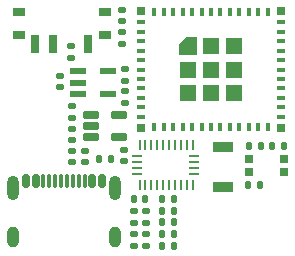
<source format=gbr>
%TF.GenerationSoftware,KiCad,Pcbnew,8.0.6-8.0.6-0~ubuntu24.04.1*%
%TF.CreationDate,2024-11-07T17:00:29-08:00*%
%TF.ProjectId,uSlime,75536c69-6d65-42e6-9b69-6361645f7063,rev?*%
%TF.SameCoordinates,Original*%
%TF.FileFunction,Paste,Top*%
%TF.FilePolarity,Positive*%
%FSLAX46Y46*%
G04 Gerber Fmt 4.6, Leading zero omitted, Abs format (unit mm)*
G04 Created by KiCad (PCBNEW 8.0.6-8.0.6-0~ubuntu24.04.1) date 2024-11-07 17:00:29*
%MOMM*%
%LPD*%
G01*
G04 APERTURE LIST*
G04 Aperture macros list*
%AMRoundRect*
0 Rectangle with rounded corners*
0 $1 Rounding radius*
0 $2 $3 $4 $5 $6 $7 $8 $9 X,Y pos of 4 corners*
0 Add a 4 corners polygon primitive as box body*
4,1,4,$2,$3,$4,$5,$6,$7,$8,$9,$2,$3,0*
0 Add four circle primitives for the rounded corners*
1,1,$1+$1,$2,$3*
1,1,$1+$1,$4,$5*
1,1,$1+$1,$6,$7*
1,1,$1+$1,$8,$9*
0 Add four rect primitives between the rounded corners*
20,1,$1+$1,$2,$3,$4,$5,0*
20,1,$1+$1,$4,$5,$6,$7,0*
20,1,$1+$1,$6,$7,$8,$9,0*
20,1,$1+$1,$8,$9,$2,$3,0*%
%AMFreePoly0*
4,1,6,0.725000,-0.725000,-0.725000,-0.725000,-0.725000,0.125000,-0.125000,0.725000,0.725000,0.725000,0.725000,-0.725000,0.725000,-0.725000,$1*%
G04 Aperture macros list end*
%ADD10RoundRect,0.147500X-0.172500X0.147500X-0.172500X-0.147500X0.172500X-0.147500X0.172500X0.147500X0*%
%ADD11RoundRect,0.135000X-0.135000X-0.185000X0.135000X-0.185000X0.135000X0.185000X-0.135000X0.185000X0*%
%ADD12RoundRect,0.135000X0.135000X0.185000X-0.135000X0.185000X-0.135000X-0.185000X0.135000X-0.185000X0*%
%ADD13R,0.800000X0.700000*%
%ADD14RoundRect,0.135000X0.185000X-0.135000X0.185000X0.135000X-0.185000X0.135000X-0.185000X-0.135000X0*%
%ADD15RoundRect,0.140000X0.170000X-0.140000X0.170000X0.140000X-0.170000X0.140000X-0.170000X-0.140000X0*%
%ADD16RoundRect,0.140000X-0.170000X0.140000X-0.170000X-0.140000X0.170000X-0.140000X0.170000X0.140000X0*%
%ADD17RoundRect,0.150000X-0.150000X-0.425000X0.150000X-0.425000X0.150000X0.425000X-0.150000X0.425000X0*%
%ADD18RoundRect,0.075000X-0.075000X-0.500000X0.075000X-0.500000X0.075000X0.500000X-0.075000X0.500000X0*%
%ADD19O,1.000000X2.100000*%
%ADD20O,1.000000X1.800000*%
%ADD21RoundRect,0.135000X-0.185000X0.135000X-0.185000X-0.135000X0.185000X-0.135000X0.185000X0.135000X0*%
%ADD22RoundRect,0.140000X-0.140000X-0.170000X0.140000X-0.170000X0.140000X0.170000X-0.140000X0.170000X0*%
%ADD23R,0.250000X0.914400*%
%ADD24R,0.812800X0.250000*%
%ADD25R,1.320800X0.508000*%
%ADD26R,0.800000X0.400000*%
%ADD27R,0.400000X0.800000*%
%ADD28FreePoly0,0.000000*%
%ADD29R,1.450000X1.450000*%
%ADD30R,0.700000X0.700000*%
%ADD31R,0.700000X1.500000*%
%ADD32R,1.000000X0.800000*%
%ADD33R,1.700000X0.900000*%
%ADD34RoundRect,0.045000X-0.630000X0.255000X-0.630000X-0.255000X0.630000X-0.255000X0.630000X0.255000X0*%
G04 APERTURE END LIST*
D10*
%TO.C,D1*%
X7300000Y-12665000D03*
X7300000Y-13635000D03*
%TD*%
D11*
%TO.C,R16*%
X21140000Y-12250000D03*
X22160000Y-12250000D03*
%TD*%
D12*
%TO.C,R15*%
X14810000Y-18750000D03*
X13790000Y-18750000D03*
%TD*%
D13*
%TO.C,LED1*%
X21200000Y-14450000D03*
X21200000Y-13350000D03*
X24100000Y-13350000D03*
X24100000Y-14450000D03*
%TD*%
D14*
%TO.C,R9*%
X10650000Y-6760000D03*
X10650000Y-5740000D03*
%TD*%
D15*
%TO.C,C5*%
X5200000Y-7280000D03*
X5200000Y-6320000D03*
%TD*%
D11*
%TO.C,R14*%
X13790000Y-17750000D03*
X14810000Y-17750000D03*
%TD*%
D15*
%TO.C,C4*%
X10450000Y-1680000D03*
X10450000Y-720000D03*
%TD*%
D16*
%TO.C,C3*%
X6150000Y-10800000D03*
X6150000Y-11760000D03*
%TD*%
D17*
%TO.C,J1*%
X2300000Y-15220000D03*
X3100000Y-15220000D03*
D18*
X4250000Y-15220000D03*
X5250000Y-15220000D03*
X5750000Y-15220000D03*
X6750000Y-15220000D03*
D17*
X7900000Y-15220000D03*
X8700000Y-15220000D03*
X8700000Y-15220000D03*
X7900000Y-15220000D03*
D18*
X7250000Y-15220000D03*
X6250000Y-15220000D03*
X4750000Y-15220000D03*
X3750000Y-15220000D03*
D17*
X3100000Y-15220000D03*
X2300000Y-15220000D03*
D19*
X1180000Y-15795000D03*
D20*
X1180000Y-19975000D03*
D19*
X9820000Y-15795000D03*
D20*
X9820000Y-19975000D03*
%TD*%
D12*
%TO.C,R13*%
X14810000Y-16750000D03*
X13790000Y-16750000D03*
%TD*%
D14*
%TO.C,R7*%
X12450000Y-20760000D03*
X12450000Y-19740000D03*
%TD*%
D11*
%TO.C,R12*%
X23090000Y-12250000D03*
X24110000Y-12250000D03*
%TD*%
D14*
%TO.C,R5*%
X12450000Y-18760000D03*
X12450000Y-17740000D03*
%TD*%
D21*
%TO.C,R4*%
X11450000Y-17740000D03*
X11450000Y-18760000D03*
%TD*%
D10*
%TO.C,D2*%
X6150000Y-8915000D03*
X6150000Y-9885000D03*
%TD*%
D16*
%TO.C,C2*%
X10550000Y-12570000D03*
X10550000Y-13530000D03*
%TD*%
D22*
%TO.C,C7*%
X21120000Y-15550000D03*
X22080000Y-15550000D03*
%TD*%
D11*
%TO.C,R3*%
X8440000Y-13400000D03*
X9460000Y-13400000D03*
%TD*%
D14*
%TO.C,R2*%
X6100000Y-4860000D03*
X6100000Y-3840000D03*
%TD*%
D11*
%TO.C,R11*%
X13790000Y-19750000D03*
X14810000Y-19750000D03*
%TD*%
D23*
%TO.C,U5*%
X11902600Y-12222670D03*
D24*
X11711600Y-13150000D03*
X11711600Y-13653070D03*
X11711600Y-14153070D03*
X11711600Y-14653060D03*
D23*
X11902600Y-15575470D03*
X12402600Y-15575470D03*
X12902600Y-15575470D03*
X13402600Y-15575470D03*
X13902600Y-15575470D03*
X14402600Y-15575470D03*
X14902600Y-15575470D03*
X15402600Y-15575470D03*
X15902600Y-15575470D03*
X16410600Y-15575470D03*
D24*
X16537600Y-14653070D03*
X16537600Y-14153070D03*
X16537600Y-13653070D03*
X16537600Y-13150000D03*
D23*
X16410600Y-12222670D03*
X15902600Y-12222670D03*
X15402600Y-12222670D03*
X14902600Y-12222670D03*
X14402600Y-12222670D03*
X13902600Y-12222670D03*
X13402600Y-12222670D03*
X12902600Y-12222670D03*
X12402600Y-12222670D03*
%TD*%
D21*
%TO.C,R6*%
X10650000Y-7640000D03*
X10650000Y-8660000D03*
%TD*%
D22*
%TO.C,C1*%
X11420000Y-16750000D03*
X12380000Y-16750000D03*
%TD*%
D21*
%TO.C,R8*%
X11450000Y-19740000D03*
X11450000Y-20760000D03*
%TD*%
D25*
%TO.C,U1*%
X6654600Y-5949999D03*
X6654600Y-6900000D03*
X6654600Y-7850001D03*
X9245400Y-7850001D03*
X9245400Y-5949999D03*
%TD*%
D14*
%TO.C,R1*%
X10450000Y-3610000D03*
X10450000Y-2590000D03*
%TD*%
D26*
%TO.C,U4*%
X12050000Y-1800000D03*
X12050000Y-2600000D03*
X12050000Y-3400000D03*
X12050000Y-4200000D03*
X12050000Y-5000000D03*
X12050000Y-5800000D03*
X12050000Y-6600000D03*
X12050000Y-7400000D03*
X12050000Y-8200000D03*
X12050000Y-9000000D03*
X12050000Y-9800000D03*
D27*
X13150000Y-10700000D03*
X13950000Y-10700000D03*
X14750000Y-10700000D03*
X15550000Y-10700000D03*
X16350000Y-10700000D03*
X17150000Y-10700000D03*
X17950000Y-10700000D03*
X18750000Y-10700000D03*
X19550000Y-10700000D03*
X20350000Y-10700000D03*
X21150000Y-10700000D03*
X21950000Y-10700000D03*
X22750000Y-10700000D03*
D26*
X23850000Y-9800000D03*
X23850000Y-9000000D03*
X23850000Y-8200000D03*
X23850000Y-7400000D03*
X23850000Y-6600000D03*
X23850000Y-5800000D03*
X23850000Y-5000000D03*
X23850000Y-4200000D03*
X23850000Y-3400000D03*
X23850000Y-2600000D03*
X23850000Y-1800000D03*
D27*
X22750000Y-900000D03*
X21950000Y-900000D03*
X21150000Y-900000D03*
X20350000Y-900000D03*
X19550000Y-900000D03*
X18750000Y-900000D03*
X17950000Y-900000D03*
X17150000Y-900000D03*
X16350000Y-900000D03*
X15550000Y-900000D03*
X14750000Y-900000D03*
X13950000Y-900000D03*
X13150000Y-900000D03*
D28*
X15975000Y-3825000D03*
D29*
X15975000Y-5800000D03*
X15975000Y-7775000D03*
X17950000Y-3825000D03*
X17950000Y-5800000D03*
X17950000Y-7775000D03*
X19925000Y-3825000D03*
X19925000Y-5800000D03*
X19925000Y-7775000D03*
D30*
X23900000Y-850000D03*
X23900000Y-10750000D03*
X12000000Y-10750000D03*
X12000000Y-850000D03*
%TD*%
D11*
%TO.C,R10*%
X13790000Y-20750000D03*
X14810000Y-20750000D03*
%TD*%
D31*
%TO.C,U2*%
X4575000Y-3625000D03*
D32*
X8975000Y-2840000D03*
X8975000Y-910000D03*
X1675000Y-2840000D03*
X1675000Y-910000D03*
D31*
X3075000Y-3625000D03*
X7575000Y-3625000D03*
%TD*%
D33*
%TO.C,RESET1*%
X19000000Y-15750000D03*
X19000000Y-12350000D03*
%TD*%
D34*
%TO.C,U3*%
X7765000Y-9650000D03*
X7765000Y-10600000D03*
X7765000Y-11550000D03*
X10135000Y-11550000D03*
X10135000Y-9650000D03*
%TD*%
D15*
%TO.C,C6*%
X6150000Y-13630000D03*
X6150000Y-12670000D03*
%TD*%
M02*

</source>
